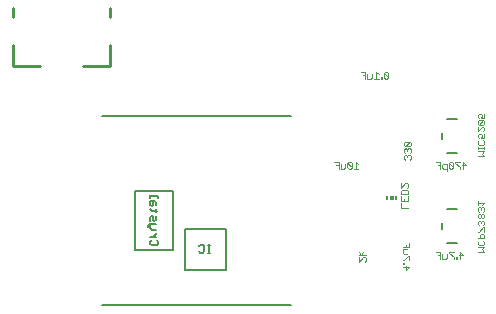
<source format=gbo>
G75*
G70*
%OFA0B0*%
%FSLAX24Y24*%
%IPPOS*%
%LPD*%
%AMOC8*
5,1,8,0,0,1.08239X$1,22.5*
%
%ADD10C,0.0020*%
%ADD11C,0.0080*%
%ADD12R,0.0059X0.0118*%
%ADD13R,0.0118X0.0118*%
%ADD14C,0.0100*%
%ADD15C,0.0050*%
D10*
X011760Y007310D02*
X011907Y007310D01*
X011907Y007090D01*
X011981Y007090D02*
X011981Y007237D01*
X011907Y007200D02*
X011834Y007200D01*
X011981Y007090D02*
X012091Y007090D01*
X012128Y007127D01*
X012128Y007237D01*
X012202Y007273D02*
X012349Y007127D01*
X012312Y007090D01*
X012239Y007090D01*
X012202Y007127D01*
X012202Y007273D01*
X012239Y007310D01*
X012312Y007310D01*
X012349Y007273D01*
X012349Y007127D01*
X012423Y007090D02*
X012570Y007090D01*
X012497Y007090D02*
X012497Y007310D01*
X012570Y007237D01*
X014090Y007427D02*
X014127Y007390D01*
X014090Y007427D02*
X014090Y007500D01*
X014127Y007537D01*
X014163Y007537D01*
X014200Y007500D01*
X014200Y007463D01*
X014200Y007500D02*
X014237Y007537D01*
X014273Y007537D01*
X014310Y007500D01*
X014310Y007427D01*
X014273Y007390D01*
X014273Y007611D02*
X014310Y007648D01*
X014310Y007721D01*
X014273Y007758D01*
X014237Y007758D01*
X014200Y007721D01*
X014163Y007758D01*
X014127Y007758D01*
X014090Y007721D01*
X014090Y007648D01*
X014127Y007611D01*
X014200Y007684D02*
X014200Y007721D01*
X014127Y007832D02*
X014273Y007832D01*
X014310Y007869D01*
X014310Y007942D01*
X014273Y007979D01*
X014127Y007832D01*
X014090Y007869D01*
X014090Y007942D01*
X014127Y007979D01*
X014273Y007979D01*
X015139Y007310D02*
X015286Y007310D01*
X015286Y007090D01*
X015360Y007127D02*
X015360Y007200D01*
X015397Y007237D01*
X015507Y007237D01*
X015507Y007017D01*
X015507Y007090D02*
X015397Y007090D01*
X015360Y007127D01*
X015286Y007200D02*
X015213Y007200D01*
X015581Y007127D02*
X015618Y007090D01*
X015691Y007090D01*
X015728Y007127D01*
X015581Y007273D01*
X015581Y007127D01*
X015581Y007273D02*
X015618Y007310D01*
X015691Y007310D01*
X015728Y007273D01*
X015728Y007127D01*
X015802Y007273D02*
X015949Y007127D01*
X015949Y007090D01*
X016060Y007090D02*
X016060Y007310D01*
X016170Y007200D01*
X016023Y007200D01*
X015949Y007310D02*
X015802Y007310D01*
X015802Y007273D01*
X016550Y007517D02*
X016770Y007517D01*
X016697Y007590D01*
X016770Y007664D01*
X016550Y007664D01*
X016550Y007738D02*
X016550Y007811D01*
X016550Y007774D02*
X016770Y007774D01*
X016770Y007738D02*
X016770Y007811D01*
X016733Y007885D02*
X016587Y007885D01*
X016550Y007922D01*
X016550Y007995D01*
X016587Y008032D01*
X016587Y008106D02*
X016550Y008143D01*
X016550Y008216D01*
X016587Y008253D01*
X016660Y008253D01*
X016697Y008216D01*
X016697Y008179D01*
X016660Y008106D01*
X016770Y008106D01*
X016770Y008253D01*
X016733Y008327D02*
X016770Y008364D01*
X016770Y008437D01*
X016733Y008474D01*
X016697Y008474D01*
X016550Y008327D01*
X016550Y008474D01*
X016587Y008548D02*
X016733Y008695D01*
X016587Y008695D01*
X016550Y008658D01*
X016550Y008585D01*
X016587Y008548D01*
X016733Y008548D01*
X016770Y008585D01*
X016770Y008658D01*
X016733Y008695D01*
X016770Y008769D02*
X016660Y008769D01*
X016697Y008842D01*
X016697Y008879D01*
X016660Y008916D01*
X016587Y008916D01*
X016550Y008879D01*
X016550Y008806D01*
X016587Y008769D01*
X016770Y008769D02*
X016770Y008916D01*
X016733Y008032D02*
X016770Y007995D01*
X016770Y007922D01*
X016733Y007885D01*
X014210Y006563D02*
X014210Y006490D01*
X014173Y006453D01*
X014173Y006379D02*
X014027Y006379D01*
X013990Y006342D01*
X013990Y006232D01*
X014210Y006232D01*
X014210Y006342D01*
X014173Y006379D01*
X014210Y006563D02*
X014173Y006600D01*
X014137Y006600D01*
X013990Y006453D01*
X013990Y006600D01*
X013990Y006158D02*
X013990Y006011D01*
X014210Y006011D01*
X014210Y006158D01*
X014100Y006084D02*
X014100Y006011D01*
X013990Y005937D02*
X013990Y005790D01*
X014210Y005790D01*
X014270Y004616D02*
X014270Y004469D01*
X014050Y004469D01*
X014050Y004395D02*
X014197Y004395D01*
X014160Y004469D02*
X014160Y004542D01*
X014050Y004395D02*
X014050Y004285D01*
X014087Y004248D01*
X014197Y004248D01*
X014233Y004174D02*
X014087Y004027D01*
X014050Y004027D01*
X014050Y003953D02*
X014050Y003917D01*
X014087Y003917D01*
X014087Y003953D01*
X014050Y003953D01*
X014050Y003806D02*
X014270Y003806D01*
X014160Y003696D01*
X014160Y003842D01*
X014270Y004027D02*
X014270Y004174D01*
X014233Y004174D01*
X015150Y004310D02*
X015297Y004310D01*
X015297Y004090D01*
X015371Y004090D02*
X015371Y004237D01*
X015297Y004200D02*
X015223Y004200D01*
X015371Y004090D02*
X015481Y004090D01*
X015518Y004127D01*
X015518Y004237D01*
X015592Y004273D02*
X015739Y004127D01*
X015739Y004090D01*
X015812Y004090D02*
X015849Y004090D01*
X015849Y004127D01*
X015812Y004127D01*
X015812Y004090D01*
X015960Y004090D02*
X015960Y004310D01*
X016070Y004200D01*
X015923Y004200D01*
X015739Y004310D02*
X015592Y004310D01*
X015592Y004273D01*
X016550Y004322D02*
X016770Y004322D01*
X016697Y004395D01*
X016770Y004469D01*
X016550Y004469D01*
X016587Y004543D02*
X016550Y004580D01*
X016550Y004653D01*
X016587Y004690D01*
X016623Y004764D02*
X016623Y004874D01*
X016660Y004911D01*
X016733Y004911D01*
X016770Y004874D01*
X016770Y004764D01*
X016550Y004764D01*
X016733Y004690D02*
X016770Y004653D01*
X016770Y004580D01*
X016733Y004543D01*
X016587Y004543D01*
X016587Y004985D02*
X016550Y004985D01*
X016587Y004985D02*
X016733Y005132D01*
X016770Y005132D01*
X016770Y004985D01*
X016733Y005206D02*
X016770Y005243D01*
X016770Y005316D01*
X016733Y005353D01*
X016697Y005353D01*
X016660Y005316D01*
X016623Y005353D01*
X016587Y005353D01*
X016550Y005316D01*
X016550Y005243D01*
X016587Y005206D01*
X016660Y005279D02*
X016660Y005316D01*
X016623Y005427D02*
X016660Y005464D01*
X016660Y005537D01*
X016623Y005574D01*
X016587Y005574D01*
X016550Y005537D01*
X016550Y005464D01*
X016587Y005427D01*
X016623Y005427D01*
X016660Y005464D02*
X016697Y005427D01*
X016733Y005427D01*
X016770Y005464D01*
X016770Y005537D01*
X016733Y005574D01*
X016697Y005574D01*
X016660Y005537D01*
X016587Y005648D02*
X016550Y005685D01*
X016550Y005758D01*
X016587Y005795D01*
X016623Y005795D01*
X016660Y005758D01*
X016660Y005721D01*
X016660Y005758D02*
X016697Y005795D01*
X016733Y005795D01*
X016770Y005758D01*
X016770Y005685D01*
X016733Y005648D01*
X016697Y005869D02*
X016770Y005942D01*
X016550Y005942D01*
X016550Y005869D02*
X016550Y006016D01*
X012810Y004211D02*
X012590Y004211D01*
X012663Y004211D02*
X012737Y004321D01*
X012663Y004211D02*
X012590Y004321D01*
X012590Y004137D02*
X012590Y003990D01*
X012737Y004137D01*
X012773Y004137D01*
X012810Y004100D01*
X012810Y004027D01*
X012773Y003990D01*
X012797Y010090D02*
X012797Y010310D01*
X012650Y010310D01*
X012723Y010200D02*
X012797Y010200D01*
X012871Y010237D02*
X012871Y010090D01*
X012981Y010090D01*
X013018Y010127D01*
X013018Y010237D01*
X013165Y010310D02*
X013165Y010090D01*
X013092Y010090D02*
X013239Y010090D01*
X013312Y010090D02*
X013349Y010090D01*
X013349Y010127D01*
X013312Y010127D01*
X013312Y010090D01*
X013423Y010127D02*
X013460Y010090D01*
X013533Y010090D01*
X013570Y010127D01*
X013423Y010273D01*
X013423Y010127D01*
X013423Y010273D02*
X013460Y010310D01*
X013533Y010310D01*
X013570Y010273D01*
X013570Y010127D01*
X013239Y010237D02*
X013165Y010310D01*
D11*
X010330Y002530D02*
X004030Y002530D01*
X005133Y004361D02*
X006393Y004361D01*
X006393Y006330D01*
X005133Y006330D01*
X005133Y004361D01*
X006786Y003711D02*
X008164Y003711D01*
X008164Y005089D01*
X006786Y005089D01*
X006786Y003711D01*
X004030Y008830D02*
X010330Y008830D01*
X015361Y008286D02*
X015361Y008074D01*
X015511Y007620D02*
X015849Y007620D01*
X015849Y008740D02*
X015511Y008740D01*
X015511Y005740D02*
X015849Y005740D01*
X015361Y005286D02*
X015361Y005074D01*
X015511Y004620D02*
X015849Y004620D01*
D12*
X013828Y006121D03*
X013532Y006121D03*
D13*
X013680Y006121D03*
D14*
X004294Y010499D02*
X004294Y011208D01*
X004294Y010499D02*
X003389Y010499D01*
X001971Y010499D02*
X001066Y010499D01*
X001066Y011208D01*
X001066Y012152D02*
X001066Y012428D01*
X004294Y012428D02*
X004294Y012152D01*
D15*
X005630Y006207D02*
X005630Y006119D01*
X005630Y006163D02*
X005895Y006163D01*
X005895Y006119D01*
X005763Y006006D02*
X005630Y006006D01*
X005630Y005873D01*
X005674Y005829D01*
X005719Y005873D01*
X005719Y006006D01*
X005763Y006006D02*
X005807Y005962D01*
X005807Y005873D01*
X005807Y005724D02*
X005807Y005636D01*
X005851Y005680D02*
X005674Y005680D01*
X005630Y005724D01*
X005674Y005522D02*
X005719Y005478D01*
X005719Y005390D01*
X005763Y005346D01*
X005807Y005390D01*
X005807Y005522D01*
X005674Y005522D02*
X005630Y005478D01*
X005630Y005346D01*
X005630Y005232D02*
X005630Y005100D01*
X005674Y005056D01*
X005807Y005056D01*
X005807Y004947D02*
X005807Y004902D01*
X005719Y004814D01*
X005807Y004814D02*
X005630Y004814D01*
X005674Y004701D02*
X005630Y004656D01*
X005630Y004568D01*
X005674Y004524D01*
X005851Y004524D01*
X005895Y004568D01*
X005895Y004656D01*
X005851Y004701D01*
X005542Y005144D02*
X005542Y005188D01*
X005586Y005232D01*
X005807Y005232D01*
X007257Y004509D02*
X007302Y004553D01*
X007390Y004553D01*
X007434Y004509D01*
X007434Y004332D01*
X007390Y004288D01*
X007302Y004288D01*
X007257Y004332D01*
X007539Y004288D02*
X007627Y004288D01*
X007583Y004288D02*
X007583Y004553D01*
X007627Y004553D02*
X007539Y004553D01*
M02*

</source>
